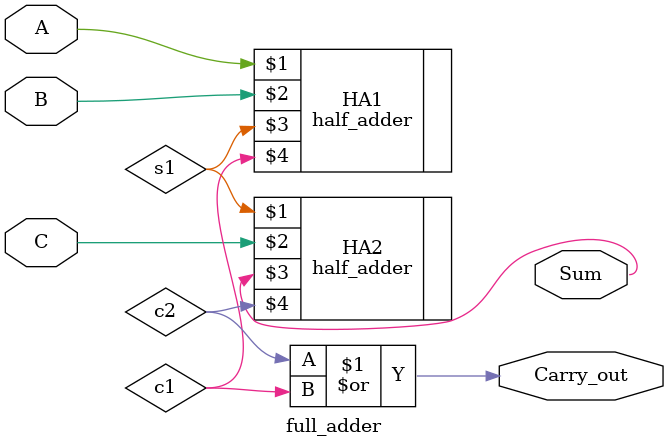
<source format=v>
/***************************************************************************
***                                                                      ***
*** EE 526 L Experiment #2                  Steven Hernandez, Fall, 2023 ***
***                                                                      ***
*** Experiment #2 Half Adder and Full Adder                              ***
***                                                                      ***
****************************************************************************
*** Filename: full_adder.v          Created by Steven Hernandez, 9/12/23 ***
***                                                                      ***
****************************************************************************
*** This module is for a full adder:                                     ***
*** Here we wil be using our code for the half adder.                    ***
*** We will be using two Half Adders and adding an OR gate to make       ***
*** the full adder                                                       ***
****************************************************************************/


`timescale 1 ns/ 1 ns 

module full_adder(
	A, //input A
	B, //input B
	C, //input C
	Sum,
	Carry_out
	);              //inputs and outputs 
	input A;
	input B;
	input C;
	output Sum;
	output Carry_out;
	wire s1, c1, c2; 

half_adder HA1(A, B, s1, c1);       //using half adder from other file
half_adder HA2(s1, C, Sum, c2);    //second half adder
or (Carry_out, c2, c1);            //added or gate

endmodule 

</source>
